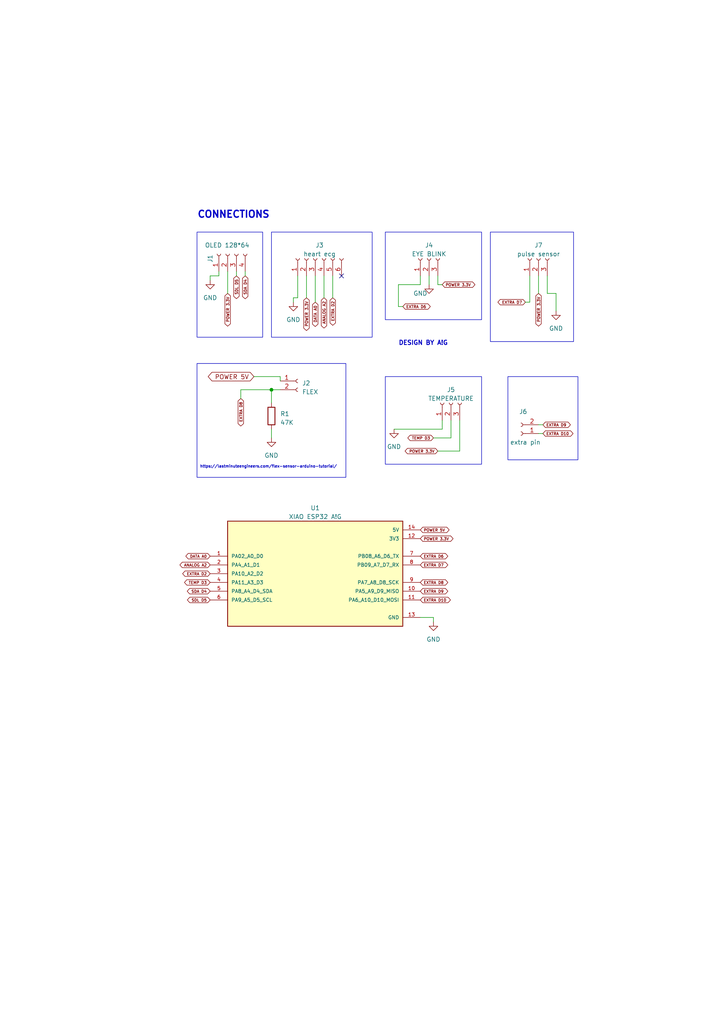
<source format=kicad_sch>
(kicad_sch (version 20230121) (generator eeschema)
  (paper "A4" portrait)
  (title_block (title "A!G Design") (rev "A!G") (company "A!G") (comment 1 "A!G"))
  (lib_symbols
    (symbol "102010388:102010388" (pin_names (offset 1.016))
      (property "Reference" "U1" (at 0 19.05 0))
      (property "Value" "XIAO ESP32 A!G" (at 0 16.51 0))
      (symbol "102010388_0_0"
        (rectangle (start -25.4 -15.24) (end 25.4 15.24) (stroke (width 0.254)) (fill (type background)))
        (pin bidirectional line (at -30.48 5.08 0) (length 5.08) (name "PA02_A0_D0") (number "1"))
        (pin bidirectional line (at 30.48 -5.08 180) (length 5.08) (name "PA5_A9_D9_MISO") (number "10"))
        (pin bidirectional line (at 30.48 -7.62 180) (length 5.08) (name "PA6_A10_D10_MOSI") (number "11"))
        (pin power_in line (at 30.48 10.16 180) (length 5.08) (name "3V3") (number "12"))
        (pin power_in line (at 30.48 -12.7 180) (length 5.08) (name "GND") (number "13"))
        (pin power_in line (at 30.48 12.7 180) (length 5.08) (name "5V") (number "14"))
        (pin bidirectional line (at -30.48 2.54 0) (length 5.08) (name "PA4_A1_D1") (number "2"))
        (pin bidirectional line (at -30.48 0 0) (length 5.08) (name "PA10_A2_D2") (number "3"))
        (pin bidirectional line (at -30.48 -2.54 0) (length 5.08) (name "PA11_A3_D3") (number "4"))
        (pin bidirectional line (at -30.48 -5.08 0) (length 5.08) (name "PA8_A4_D4_SDA") (number "5"))
        (pin bidirectional line (at -30.48 -7.62 0) (length 5.08) (name "PA9_A5_D5_SCL") (number "6"))
        (pin bidirectional line (at 30.48 5.08 180) (length 5.08) (name "PB08_A6_D6_TX") (number "7"))
        (pin bidirectional line (at 30.48 2.54 180) (length 5.08) (name "PB09_A7_D7_RX") (number "8"))
        (pin bidirectional line (at 30.48 -2.54 180) (length 5.08) (name "PA7_A8_D8_SCK") (number "9"))
      )
    )
    (symbol "Connector:Conn_01x02_Socket" (pin_names (offset 1.016) hide)
      (property "Reference" "J" (at 0 2.54 0))
      (property "Value" "Conn_01x02_Socket" (at 0 -5.08 0))
      (symbol "Conn_01x02_Socket_1_1"
        (arc (start 0 -2.032) (mid -0.5058 -2.54) (end 0 -3.048) (stroke (width 0.1524)))
        (polyline (pts (xy -1.27 -2.54) (xy -0.508 -2.54)) (stroke (width 0.1524)))
        (polyline (pts (xy -1.27 0) (xy -0.508 0)) (stroke (width 0.1524)))
        (arc (start 0 0.508) (mid -0.5058 0) (end 0 -0.508) (stroke (width 0.1524)))
        (pin passive line (at -5.08 0 0) (length 3.81) (name "Pin_1") (number "1"))
        (pin passive line (at -5.08 -2.54 0) (length 3.81) (name "Pin_2") (number "2"))
      )
    )
    (symbol "Connector:Conn_01x03_Socket" (pin_names (offset 1.016) hide)
      (property "Reference" "J" (at 0 5.08 0))
      (property "Value" "Conn_01x03_Socket" (at 0 -5.08 0))
      (symbol "Conn_01x03_Socket_1_1"
        (arc (start 0 -2.032) (mid -0.5058 -2.54) (end 0 -3.048) (stroke (width 0.1524)))
        (polyline (pts (xy -1.27 -2.54) (xy -0.508 -2.54)) (stroke (width 0.1524)))
        (polyline (pts (xy -1.27 0) (xy -0.508 0)) (stroke (width 0.1524)))
        (polyline (pts (xy -1.27 2.54) (xy -0.508 2.54)) (stroke (width 0.1524)))
        (arc (start 0 0.508) (mid -0.5058 0) (end 0 -0.508) (stroke (width 0.1524)))
        (arc (start 0 3.048) (mid -0.5058 2.54) (end 0 2.032) (stroke (width 0.1524)))
        (pin passive line (at -5.08 2.54 0) (length 3.81) (name "Pin_1") (number "1"))
        (pin passive line (at -5.08 0 0) (length 3.81) (name "Pin_2") (number "2"))
        (pin passive line (at -5.08 -2.54 0) (length 3.81) (name "Pin_3") (number "3"))
      )
    )
    (symbol "Connector:Conn_01x04_Socket" (pin_names (offset 1.016) hide)
      (property "Reference" "J" (at 0 5.08 0))
      (property "Value" "Conn_01x04_Socket" (at 0 -7.62 0))
      (symbol "Conn_01x04_Socket_1_1"
        (arc (start 0 -4.572) (mid -0.5058 -5.08) (end 0 -5.588) (stroke (width 0.1524)))
        (arc (start 0 -2.032) (mid -0.5058 -2.54) (end 0 -3.048) (stroke (width 0.1524)))
        (polyline (pts (xy -1.27 -5.08) (xy -0.508 -5.08)) (stroke (width 0.1524)))
        (polyline (pts (xy -1.27 -2.54) (xy -0.508 -2.54)) (stroke (width 0.1524)))
        (polyline (pts (xy -1.27 0) (xy -0.508 0)) (stroke (width 0.1524)))
        (polyline (pts (xy -1.27 2.54) (xy -0.508 2.54)) (stroke (width 0.1524)))
        (arc (start 0 0.508) (mid -0.5058 0) (end 0 -0.508) (stroke (width 0.1524)))
        (arc (start 0 3.048) (mid -0.5058 2.54) (end 0 2.032) (stroke (width 0.1524)))
        (pin passive line (at -5.08 2.54 0) (length 3.81) (name "Pin_1") (number "1"))
        (pin passive line (at -5.08 0 0) (length 3.81) (name "Pin_2") (number "2"))
        (pin passive line (at -5.08 -2.54 0) (length 3.81) (name "Pin_3") (number "3"))
        (pin passive line (at -5.08 -5.08 0) (length 3.81) (name "Pin_4") (number "4"))
      )
    )
    (symbol "Connector:Conn_01x06_Socket" (pin_names (offset 1.016) hide)
      (property "Reference" "J" (at 0 7.62 0))
      (property "Value" "Conn_01x06_Socket" (at 0 -10.16 0))
      (symbol "Conn_01x06_Socket_1_1"
        (arc (start 0 -7.112) (mid -0.5058 -7.62) (end 0 -8.128) (stroke (width 0.1524)))
        (arc (start 0 -4.572) (mid -0.5058 -5.08) (end 0 -5.588) (stroke (width 0.1524)))
        (arc (start 0 -2.032) (mid -0.5058 -2.54) (end 0 -3.048) (stroke (width 0.1524)))
        (polyline (pts (xy -1.27 -7.62) (xy -0.508 -7.62)) (stroke (width 0.1524)))
        (polyline (pts (xy -1.27 -5.08) (xy -0.508 -5.08)) (stroke (width 0.1524)))
        (polyline (pts (xy -1.27 -2.54) (xy -0.508 -2.54)) (stroke (width 0.1524)))
        (polyline (pts (xy -1.27 0) (xy -0.508 0)) (stroke (width 0.1524)))
        (polyline (pts (xy -1.27 2.54) (xy -0.508 2.54)) (stroke (width 0.1524)))
        (polyline (pts (xy -1.27 5.08) (xy -0.508 5.08)) (stroke (width 0.1524)))
        (arc (start 0 0.508) (mid -0.5058 0) (end 0 -0.508) (stroke (width 0.1524)))
        (arc (start 0 3.048) (mid -0.5058 2.54) (end 0 2.032) (stroke (width 0.1524)))
        (arc (start 0 5.588) (mid -0.5058 5.08) (end 0 4.572) (stroke (width 0.1524)))
        (pin passive line (at -5.08 5.08 0) (length 3.81) (name "Pin_1") (number "1"))
        (pin passive line (at -5.08 2.54 0) (length 3.81) (name "Pin_2") (number "2"))
        (pin passive line (at -5.08 0 0) (length 3.81) (name "Pin_3") (number "3"))
        (pin passive line (at -5.08 -2.54 0) (length 3.81) (name "Pin_4") (number "4"))
        (pin passive line (at -5.08 -5.08 0) (length 3.81) (name "Pin_5") (number "5"))
        (pin passive line (at -5.08 -7.62 0) (length 3.81) (name "Pin_6") (number "6"))
      )
    )
    (symbol "Device:R" (pin_numbers hide) (pin_names (offset 0))
      (property "Reference" "R" (at 2.032 0 90))
      (property "Value" "R" (at 0 0 90))
      (symbol "R_0_1"
        (rectangle (start -1.016 -2.54) (end 1.016 2.54) (stroke (width 0.254)))
      )
      (symbol "R_1_1"
        (pin passive line (at 0 3.81 270) (length 1.27) (name "~") (number "1"))
        (pin passive line (at 0 -3.81 90) (length 1.27) (name "~") (number "2"))
      )
    )
    (symbol "power:GND" (power) (pin_names (offset 0))
      (property "Value" "GND" (at 0 -3.81 0))
      (symbol "GND_0_1"
        (polyline (pts (xy 0 0) (xy 0 -1.27) (xy 1.27 -1.27) (xy 0 -2.54) (xy -1.27 -1.27) (xy 0 -1.27)))
      )
      (symbol "GND_1_1"
        (pin power_in line (at 0 0 270) (length 0) hide (name "GND") (number "1"))
      )
    )
  )
  (junction (at 78.74 113.03))
  (no_connect (at 99.06 80.01))
  (wire (pts (xy 81.28 110.49) (xy 81.28 109.22)))
  (wire (pts (xy 125.73 127) (xy 130.81 127)))
  (wire (pts (xy 71.12 78.74) (xy 71.12 80.01)))
  (wire (pts (xy 60.96 80.01) (xy 60.96 81.28)))
  (wire (pts (xy 114.3 124.46) (xy 128.27 124.46)))
  (wire (pts (xy 78.74 124.46) (xy 78.74 127)))
  (wire (pts (xy 161.29 85.09) (xy 161.29 90.17)))
  (wire (pts (xy 63.5 78.74) (xy 63.5 80.01)))
  (wire (pts (xy 158.75 85.09) (xy 161.29 85.09)))
  (wire (pts (xy 121.92 80.01) (xy 121.92 82.55)))
  (wire (pts (xy 115.57 82.55) (xy 115.57 88.9)))
  (wire (pts (xy 127 130.81) (xy 133.35 130.81)))
  (wire (pts (xy 96.52 80.01) (xy 96.52 86.36)))
  (wire (pts (xy 124.46 80.01) (xy 124.46 82.55)))
  (wire (pts (xy 127 80.01) (xy 127 82.55)))
  (wire (pts (xy 91.44 80.01) (xy 91.44 87.63)))
  (wire (pts (xy 85.09 86.36) (xy 85.09 87.63)))
  (wire (pts (xy 125.73 179.07) (xy 121.92 179.07)))
  (wire (pts (xy 78.74 113.03) (xy 81.28 113.03)))
  (wire (pts (xy 86.36 86.36) (xy 85.09 86.36)))
  (wire (pts (xy 93.98 80.01) (xy 93.98 86.36)))
  (wire (pts (xy 69.85 113.03) (xy 78.74 113.03)))
  (wire (pts (xy 158.75 80.01) (xy 158.75 85.09)))
  (wire (pts (xy 156.21 123.19) (xy 157.48 123.19)))
  (wire (pts (xy 66.04 78.74) (xy 66.04 85.09)))
  (wire (pts (xy 153.67 80.01) (xy 153.67 87.63)))
  (wire (pts (xy 63.5 80.01) (xy 60.96 80.01)))
  (wire (pts (xy 68.58 78.74) (xy 68.58 80.01)))
  (wire (pts (xy 115.57 88.9) (xy 116.84 88.9)))
  (wire (pts (xy 81.28 109.22) (xy 73.66 109.22)))
  (wire (pts (xy 125.73 180.34) (xy 125.73 179.07)))
  (wire (pts (xy 88.9 80.01) (xy 88.9 86.36)))
  (wire (pts (xy 69.85 115.57) (xy 69.85 113.03)))
  (wire (pts (xy 78.74 113.03) (xy 78.74 116.84)))
  (wire (pts (xy 115.57 82.55) (xy 121.92 82.55)))
  (wire (pts (xy 86.36 80.01) (xy 86.36 86.36)))
  (wire (pts (xy 130.81 121.92) (xy 130.81 127)))
  (wire (pts (xy 127 82.55) (xy 128.27 82.55)))
  (wire (pts (xy 156.21 125.73) (xy 157.48 125.73)))
  (wire (pts (xy 153.67 87.63) (xy 152.4 87.63)))
  (wire (pts (xy 156.21 80.01) (xy 156.21 85.09)))
  (wire (pts (xy 133.35 121.92) (xy 133.35 130.81)))
  (wire (pts (xy 128.27 124.46) (xy 128.27 121.92)))
  (rectangle (start 57.15 67.31) (end 76.2 97.79))
  (rectangle (start 111.76 109.22) (end 139.7 134.62))
  (rectangle (start 111.76 67.31) (end 139.7 92.71))
  (rectangle (start 147.32 109.22) (end 167.64 133.35))
  (rectangle (start 142.24 67.31) (end 166.37 99.06))
  (rectangle (start 57.15 105.41) (end 100.33 138.43))
  (rectangle (start 78.74 67.31) (end 107.95 97.79))
  (text "DESIGN BY A!G\n" (at 115.57 100.33 0) (effects (font (size 1.27 1.27) (thickness 0.254) bold) (justify left bottom)))
  (text "CONNECTIONS" (at 57.15 63.5 0) (effects (font (size 2 2) (thickness 0.4) bold) (justify left bottom)))
  (text "https://lastminuteengineers.com/flex-sensor-arduino-tutorial/" (at 97.79 135.89 0) (effects (font (size 0.8 0.8) (thickness 0.16) bold) (justify right bottom)))
  (global_label "POWER 3.3V" (shape bidirectional) (at 66.04 85.09 270) (effects (font (size 0.8 0.8))) (property "Intersheetrefs" "${INTERSHEET_REFS}" (effects hide)))
  (global_label "POWER 5V" (shape bidirectional) (at 73.66 109.22 180) (property "Intersheetrefs" "${INTERSHEET_REFS}" (effects hide)))
  (global_label "POWER 3.3V" (shape bidirectional) (at 88.9 86.36 270) (effects (font (size 0.8 0.8))) (property "Intersheetrefs" "${INTERSHEET_REFS}" (effects hide)))
  (global_label "TEMP D3" (shape bidirectional) (at 125.73 127 180) (effects (font (size 0.8 0.8))) (property "Intersheetrefs" "${INTERSHEET_REFS}" (effects hide)))
  (global_label "EXTRA D10" (shape bidirectional) (at 157.48 125.73 0) (effects (font (size 0.8 0.8))) (property "Intersheetrefs" "${INTERSHEET_REFS}" (effects hide)))
  (global_label "EXTRA D10" (shape bidirectional) (at 121.92 173.99 0) (effects (font (size 0.8 0.8))) (property "Intersheetrefs" "${INTERSHEET_REFS}" (effects hide)))
  (global_label "EXTRA D9" (shape bidirectional) (at 157.48 123.19 0) (effects (font (size 0.8 0.8))) (property "Intersheetrefs" "${INTERSHEET_REFS}" (effects hide)))
  (global_label "EXTRA D2" (shape bidirectional) (at 60.96 166.37 180) (effects (font (size 0.8 0.8))) (property "Intersheetrefs" "${INTERSHEET_REFS}" (effects hide)))
  (global_label "EXTRA D6" (shape bidirectional) (at 116.84 88.9 0) (effects (font (size 0.8 0.8))) (property "Intersheetrefs" "${INTERSHEET_REFS}" (effects hide)))
  (global_label "DATA A0" (shape bidirectional) (at 91.44 87.63 270) (effects (font (size 0.8 0.8))) (property "Intersheetrefs" "${INTERSHEET_REFS}" (effects hide)))
  (global_label "ANALOG A2" (shape bidirectional) (at 60.96 163.83 180) (effects (font (size 0.8 0.8))) (property "Intersheetrefs" "${INTERSHEET_REFS}" (effects hide)))
  (global_label "SDA D4" (shape bidirectional) (at 71.12 80.01 270) (effects (font (size 0.8 0.8))) (property "Intersheetrefs" "${INTERSHEET_REFS}" (effects hide)))
  (global_label "EXTRA D8" (shape bidirectional) (at 69.85 115.57 270) (effects (font (size 0.8 0.8))) (property "Intersheetrefs" "${INTERSHEET_REFS}" (effects hide)))
  (global_label "POWER 3.3V" (shape bidirectional) (at 156.21 85.09 270) (effects (font (size 0.8 0.8))) (property "Intersheetrefs" "${INTERSHEET_REFS}" (effects hide)))
  (global_label "EXTRA D7" (shape bidirectional) (at 121.92 163.83 0) (effects (font (size 0.8 0.8))) (property "Intersheetrefs" "${INTERSHEET_REFS}" (effects hide)))
  (global_label "SDL D5" (shape bidirectional) (at 60.96 173.99 180) (effects (font (size 0.8 0.8))) (property "Intersheetrefs" "${INTERSHEET_REFS}" (effects hide)))
  (global_label "EXTRA D6" (shape bidirectional) (at 121.92 161.29 0) (effects (font (size 0.8 0.8))) (property "Intersheetrefs" "${INTERSHEET_REFS}" (effects hide)))
  (global_label "EXTRA D9" (shape bidirectional) (at 121.92 171.45 0) (effects (font (size 0.8 0.8))) (property "Intersheetrefs" "${INTERSHEET_REFS}" (effects hide)))
  (global_label "POWER 3.3V" (shape bidirectional) (at 128.27 82.55 0) (effects (font (size 0.8 0.8))) (property "Intersheetrefs" "${INTERSHEET_REFS}" (effects hide)))
  (global_label "EXTRA D7" (shape bidirectional) (at 152.4 87.63 180) (effects (font (size 0.8 0.8))) (property "Intersheetrefs" "${INTERSHEET_REFS}" (effects hide)))
  (global_label "POWER 3.3V" (shape bidirectional) (at 127 130.81 180) (effects (font (size 0.8 0.8))) (property "Intersheetrefs" "${INTERSHEET_REFS}" (effects hide)))
  (global_label "EXTRA D2" (shape bidirectional) (at 96.52 86.36 270) (effects (font (size 0.8 0.8))) (property "Intersheetrefs" "${INTERSHEET_REFS}" (effects hide)))
  (global_label "SDL D5" (shape bidirectional) (at 68.58 80.01 270) (effects (font (size 0.8 0.8))) (property "Intersheetrefs" "${INTERSHEET_REFS}" (effects hide)))
  (global_label "TEMP D3" (shape bidirectional) (at 60.96 168.91 180) (effects (font (size 0.8 0.8))) (property "Intersheetrefs" "${INTERSHEET_REFS}" (effects hide)))
  (global_label "ANALOG A2" (shape bidirectional) (at 93.98 86.36 270) (effects (font (size 0.8 0.8))) (property "Intersheetrefs" "${INTERSHEET_REFS}" (effects hide)))
  (global_label "EXTRA D8" (shape bidirectional) (at 121.92 168.91 0) (effects (font (size 0.8 0.8))) (property "Intersheetrefs" "${INTERSHEET_REFS}" (effects hide)))
  (global_label "POWER 5V" (shape bidirectional) (at 121.92 153.67 0) (effects (font (size 0.8 0.8))) (property "Intersheetrefs" "${INTERSHEET_REFS}" (effects hide)))
  (global_label "DATA A0" (shape bidirectional) (at 60.96 161.29 180) (effects (font (size 0.8 0.8))) (property "Intersheetrefs" "${INTERSHEET_REFS}" (effects hide)))
  (global_label "SDA D4" (shape bidirectional) (at 60.96 171.45 180) (effects (font (size 0.8 0.8))) (property "Intersheetrefs" "${INTERSHEET_REFS}" (effects hide)))
  (global_label "POWER 3.3V" (shape bidirectional) (at 121.92 156.21 0) (effects (font (size 0.8 0.8))) (property "Intersheetrefs" "${INTERSHEET_REFS}" (effects hide)))
  (symbol (lib_id "power:GND") (at 124.46 82.55 0) (unit 1)
    (property "Reference" "#PWR05" (effects hide))
    (property "Value" "GND" (at 121.92 85.09 0))
  )
  (symbol (lib_id "Connector:Conn_01x02_Socket") (at 151.13 125.73 180) (unit 1)
    (property "Reference" "J6" (at 151.765 119.38 0))
    (property "Value" "extra pin" (at 152.4 128.27 0))
    (property "Footprint" "Connector_PinSocket_2.54mm:PinSocket_1x02_P2.54mm_Vertical" (effects hide))
  )
  (symbol (lib_id "Device:R") (at 78.74 120.65 0) (unit 1)
    (property "Reference" "R1" (at 81.28 120.015 0) (effects (justify left)))
    (property "Value" "47K" (at 81.28 122.555 0) (effects (justify left)))
    (property "Footprint" "Resistor_SMD:R_1206_3216Metric" (effects hide))
  )
  (symbol (lib_id "power:GND") (at 161.29 90.17 0) (unit 1)
    (property "Reference" "#PWR07" (effects hide))
    (property "Value" "GND" (at 161.29 95.25 0))
  )
  (symbol (lib_id "power:GND") (at 125.73 180.34 0) (unit 1)
    (property "Reference" "#PWR06" (effects hide))
    (property "Value" "GND" (at 125.73 185.42 0))
  )
  (symbol (lib_id "power:GND") (at 114.3 124.46 0) (unit 1)
    (property "Reference" "#PWR04" (effects hide))
    (property "Value" "GND" (at 114.3 129.54 0))
  )
  (symbol (lib_id "power:GND") (at 78.74 127 0) (unit 1)
    (property "Reference" "#PWR02" (effects hide))
    (property "Value" "GND" (at 78.74 132.08 0))
  )
  (symbol (lib_id "Connector:Conn_01x04_Socket") (at 66.04 73.66 90) (unit 1)
    (property "Reference" "J1" (at 60.96 76.2 0) (effects (justify left)))
    (property "Value" "OLED 128*64" (at 72.39 71.12 90) (effects (justify left)))
    (property "Footprint" "Connector_PinSocket_2.54mm:PinSocket_1x04_P2.54mm_Vertical" (effects hide))
  )
  (symbol (lib_id "Connector:Conn_01x02_Socket") (at 86.36 110.49 0) (unit 1)
    (property "Reference" "J2" (at 87.63 111.125 0) (effects (justify left)))
    (property "Value" "FLEX" (at 87.63 113.665 0) (effects (justify left)))
    (property "Footprint" "Connector_PinSocket_2.54mm:PinSocket_1x02_P2.54mm_Vertical" (effects hide))
  )
  (symbol (lib_id "Connector:Conn_01x03_Socket") (at 156.21 74.93 90) (unit 1)
    (property "Reference" "J7" (at 156.21 71.12 90))
    (property "Value" "pulse sensor" (at 156.21 73.66 90))
    (property "Footprint" "Connector_PinSocket_2.54mm:PinSocket_1x03_P2.54mm_Vertical" (effects hide))
  )
  (symbol (lib_id "Connector:Conn_01x03_Socket") (at 130.81 116.84 90) (unit 1)
    (property "Reference" "J5" (at 130.81 113.03 90))
    (property "Value" "TEMPERATURE" (at 130.81 115.57 90))
    (property "Footprint" "Connector_PinSocket_2.54mm:PinSocket_1x03_P2.54mm_Vertical" (effects hide))
  )
  (symbol (lib_id "Connector:Conn_01x03_Socket") (at 124.46 74.93 90) (unit 1)
    (property "Reference" "J4" (at 124.46 71.12 90))
    (property "Value" "EYE BLINK" (at 124.46 73.66 90))
    (property "Footprint" "Connector_PinSocket_2.54mm:PinSocket_1x03_P2.54mm_Vertical" (effects hide))
  )
  (symbol (lib_id "Connector:Conn_01x06_Socket") (at 91.44 74.93 90) (unit 1)
    (property "Reference" "J3" (at 92.71 71.12 90))
    (property "Value" "heart ecg" (at 92.71 73.66 90))
    (property "Footprint" "Connector_PinSocket_2.54mm:PinSocket_1x06_P2.54mm_Vertical" (effects hide))
  )
  (symbol (lib_id "102010388:102010388") (at 91.44 166.37 0) (unit 1)
    (property "Reference" "U1" (at 91.44 147.32 0))
    (property "Value" "XIAO ESP32 A!G" (at 91.44 149.86 0))
    (property "Footprint" "xiao esp32:MODULE_102010388" (effects hide))
    (property "MF" "seeed technology limited" (effects hide))
    (property "MAXIMUM_PACKAGE_HEIGHT" "N/A" (effects hide))
    (property "Package" "None" (effects hide))
    (property "Price" "None" (effects hide))
    (property "Check_prices" "https://www.snapeda.com/parts/102010388/Techno/view-part/?ref=eda" (effects hide))
    (property "STANDARD" "Manufacturer Recommendations" (effects hide))
    (property "PARTREV" "N/A" (effects hide))
    (property "SnapEDA_Link" "https://www.snapeda.com/parts/102010388/Techno/view-part/?ref=snap" (effects hide))
    (property "MP" "102010388" (effects hide))
    (property "Purchase-URL" "https://pricing.snapeda.com/search?q=102010388&ref=eda" (effects hide))
    (property "Description" "\nXIAO BOARD, ARM, ARDUINO BOARD; Silicon Manufacturer:Microchip; Core Architecture:ARM; Core Sub-Architecture:Cortex-M0+; Silicon Core Number:SAMD21G18; Silicon Family Name:SAMD21; For Use With:Arduino Board; Product Range:-\n" (effects hide))
    (property "MANUFACTURER" "Seeed Technology" (effects hide))
    (property "Availability" "In Stock" (effects hide))
    (property "SNAPEDA_PN" "102010388" (effects hide))
  )
  (symbol (lib_id "power:GND") (at 60.96 81.28 0) (unit 1)
    (property "Reference" "#PWR01" (effects hide))
    (property "Value" "GND" (at 60.96 86.36 0))
  )
  (symbol (lib_id "power:GND") (at 85.09 87.63 0) (unit 1)
    (property "Reference" "#PWR03" (effects hide))
    (property "Value" "GND" (at 85.09 92.71 0))
  )
)
</source>
